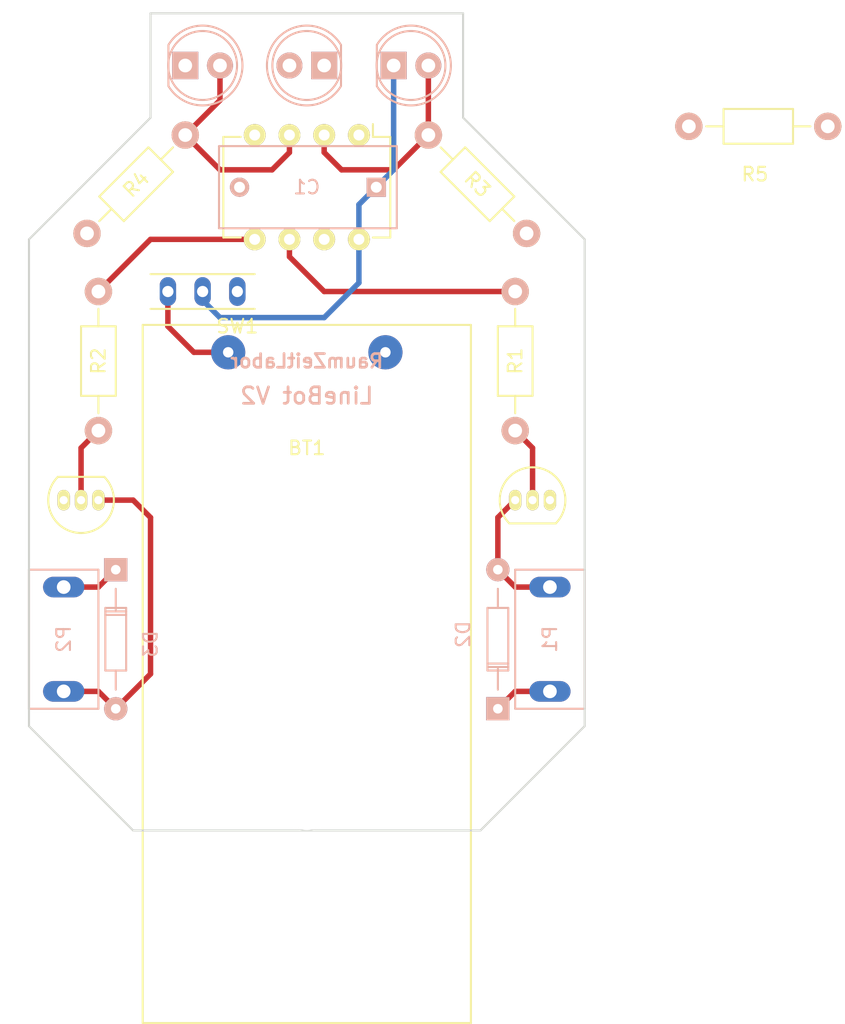
<source format=kicad_pcb>
(kicad_pcb (version 4) (host pcbnew 4.0.4-stable)

  (general
    (links 30)
    (no_connects 12)
    (area 129.735 73.601 175.165 149.680001)
    (thickness 1.6)
    (drawings 12)
    (tracks 48)
    (zones 0)
    (modules 18)
    (nets 14)
  )

  (page A4)
  (layers
    (0 F.Cu signal)
    (31 B.Cu signal)
    (32 B.Adhes user)
    (33 F.Adhes user)
    (34 B.Paste user)
    (35 F.Paste user)
    (36 B.SilkS user)
    (37 F.SilkS user)
    (38 B.Mask user)
    (39 F.Mask user)
    (40 Dwgs.User user)
    (41 Cmts.User user)
    (42 Eco1.User user)
    (43 Eco2.User user)
    (44 Edge.Cuts user)
    (45 Margin user)
    (46 B.CrtYd user)
    (47 F.CrtYd user)
    (48 B.Fab user)
    (49 F.Fab user)
  )

  (setup
    (last_trace_width 0.4)
    (trace_clearance 0.3)
    (zone_clearance 0.508)
    (zone_45_only no)
    (trace_min 0.4)
    (segment_width 0.2)
    (edge_width 0.15)
    (via_size 0.6)
    (via_drill 0.4)
    (via_min_size 0.6)
    (via_min_drill 0.3)
    (uvia_size 0.3)
    (uvia_drill 0.1)
    (uvias_allowed no)
    (uvia_min_size 0.2)
    (uvia_min_drill 0.1)
    (pcb_text_width 0.3)
    (pcb_text_size 1.5 1.5)
    (mod_edge_width 0.15)
    (mod_text_size 1 1)
    (mod_text_width 0.15)
    (pad_size 3.2 3.2)
    (pad_drill 2.1)
    (pad_to_mask_clearance 0.2)
    (aux_axis_origin 0 0)
    (visible_elements FFFEFF7F)
    (pcbplotparams
      (layerselection 0x00030_80000001)
      (usegerberextensions false)
      (excludeedgelayer true)
      (linewidth 0.100000)
      (plotframeref false)
      (viasonmask false)
      (mode 1)
      (useauxorigin false)
      (hpglpennumber 1)
      (hpglpenspeed 20)
      (hpglpendiameter 15)
      (hpglpenoverlay 2)
      (psnegative false)
      (psa4output false)
      (plotreference true)
      (plotvalue true)
      (plotinvisibletext false)
      (padsonsilk false)
      (subtractmaskfromsilk false)
      (outputformat 1)
      (mirror false)
      (drillshape 1)
      (scaleselection 1)
      (outputdirectory ""))
  )

  (net 0 "")
  (net 1 VCC)
  (net 2 GND)
  (net 3 "Net-(D1-Pad2)")
  (net 4 "Net-(IC1-Pad2)")
  (net 5 "Net-(IC1-Pad3)")
  (net 6 "Net-(IC1-Pad5)")
  (net 7 "Net-(IC1-Pad7)")
  (net 8 "Net-(R1-Pad1)")
  (net 9 "Net-(R2-Pad1)")
  (net 10 "Net-(D2-Pad2)")
  (net 11 "Net-(D3-Pad2)")
  (net 12 "Net-(BT1-Pad1)")
  (net 13 "Net-(IC1-Pad6)")

  (net_class Default "This is the default net class."
    (clearance 0.3)
    (trace_width 0.4)
    (via_dia 0.6)
    (via_drill 0.4)
    (uvia_dia 0.3)
    (uvia_drill 0.1)
    (add_net GND)
    (add_net "Net-(BT1-Pad1)")
    (add_net "Net-(D1-Pad2)")
    (add_net "Net-(D2-Pad2)")
    (add_net "Net-(D3-Pad2)")
    (add_net "Net-(IC1-Pad2)")
    (add_net "Net-(IC1-Pad3)")
    (add_net "Net-(IC1-Pad5)")
    (add_net "Net-(IC1-Pad6)")
    (add_net "Net-(IC1-Pad7)")
    (add_net "Net-(R1-Pad1)")
    (add_net "Net-(R2-Pad1)")
    (add_net VCC)
  )

  (module Resistors_ThroughHole:Resistor_Horizontal_RM10mm (layer F.Cu) (tedit 589DE373) (tstamp 587DA60C)
    (at 167.64 105.41 90)
    (descr "Resistor, Axial,  RM 10mm, 1/3W")
    (tags "Resistor Axial RM 10mm 1/3W")
    (path /58BDE405)
    (fp_text reference R1 (at 5.08 0 90) (layer F.SilkS)
      (effects (font (size 1 1) (thickness 0.15)))
    )
    (fp_text value 1k (at 5.08 0 90) (layer F.Fab)
      (effects (font (size 1 1) (thickness 0.15)))
    )
    (fp_line (start -1.25 -1.5) (end 11.4 -1.5) (layer F.CrtYd) (width 0.05))
    (fp_line (start -1.25 1.5) (end -1.25 -1.5) (layer F.CrtYd) (width 0.05))
    (fp_line (start 11.4 -1.5) (end 11.4 1.5) (layer F.CrtYd) (width 0.05))
    (fp_line (start -1.25 1.5) (end 11.4 1.5) (layer F.CrtYd) (width 0.05))
    (fp_line (start 2.54 -1.27) (end 7.62 -1.27) (layer F.SilkS) (width 0.15))
    (fp_line (start 7.62 -1.27) (end 7.62 1.27) (layer F.SilkS) (width 0.15))
    (fp_line (start 7.62 1.27) (end 2.54 1.27) (layer F.SilkS) (width 0.15))
    (fp_line (start 2.54 1.27) (end 2.54 -1.27) (layer F.SilkS) (width 0.15))
    (fp_line (start 2.54 0) (end 1.27 0) (layer F.SilkS) (width 0.15))
    (fp_line (start 7.62 0) (end 8.89 0) (layer F.SilkS) (width 0.15))
    (pad 1 thru_hole circle (at 0 0 90) (size 1.99898 1.99898) (drill 1.00076) (layers *.Cu *.SilkS *.Mask)
      (net 8 "Net-(R1-Pad1)"))
    (pad 2 thru_hole circle (at 10.16 0 90) (size 1.99898 1.99898) (drill 1.00076) (layers *.Cu *.SilkS *.Mask)
      (net 13 "Net-(IC1-Pad6)"))
    (model Resistors_ThroughHole.3dshapes/Resistor_Horizontal_RM10mm.wrl
      (at (xyz 0.2 0 0))
      (scale (xyz 0.4 0.4 0.4))
      (rotate (xyz 0 0 0))
    )
  )

  (module Resistors_ThroughHole:Resistor_Horizontal_RM10mm (layer F.Cu) (tedit 589DE36F) (tstamp 587DA61C)
    (at 137.16 105.41 90)
    (descr "Resistor, Axial,  RM 10mm, 1/3W")
    (tags "Resistor Axial RM 10mm 1/3W")
    (path /589CEB0B)
    (fp_text reference R2 (at 5.08 0 90) (layer F.SilkS)
      (effects (font (size 1 1) (thickness 0.15)))
    )
    (fp_text value 1k (at 5.08 0 90) (layer F.Fab)
      (effects (font (size 1 1) (thickness 0.15)))
    )
    (fp_line (start -1.25 -1.5) (end 11.4 -1.5) (layer F.CrtYd) (width 0.05))
    (fp_line (start -1.25 1.5) (end -1.25 -1.5) (layer F.CrtYd) (width 0.05))
    (fp_line (start 11.4 -1.5) (end 11.4 1.5) (layer F.CrtYd) (width 0.05))
    (fp_line (start -1.25 1.5) (end 11.4 1.5) (layer F.CrtYd) (width 0.05))
    (fp_line (start 2.54 -1.27) (end 7.62 -1.27) (layer F.SilkS) (width 0.15))
    (fp_line (start 7.62 -1.27) (end 7.62 1.27) (layer F.SilkS) (width 0.15))
    (fp_line (start 7.62 1.27) (end 2.54 1.27) (layer F.SilkS) (width 0.15))
    (fp_line (start 2.54 1.27) (end 2.54 -1.27) (layer F.SilkS) (width 0.15))
    (fp_line (start 2.54 0) (end 1.27 0) (layer F.SilkS) (width 0.15))
    (fp_line (start 7.62 0) (end 8.89 0) (layer F.SilkS) (width 0.15))
    (pad 1 thru_hole circle (at 0 0 90) (size 1.99898 1.99898) (drill 1.00076) (layers *.Cu *.SilkS *.Mask)
      (net 9 "Net-(R2-Pad1)"))
    (pad 2 thru_hole circle (at 10.16 0 90) (size 1.99898 1.99898) (drill 1.00076) (layers *.Cu *.SilkS *.Mask)
      (net 6 "Net-(IC1-Pad5)"))
    (model Resistors_ThroughHole.3dshapes/Resistor_Horizontal_RM10mm.wrl
      (at (xyz 0.2 0 0))
      (scale (xyz 0.4 0.4 0.4))
      (rotate (xyz 0 0 0))
    )
  )

  (module Resistors_ThroughHole:Resistor_Horizontal_RM10mm (layer F.Cu) (tedit 589DE2F6) (tstamp 587DA62C)
    (at 161.29 83.82 315)
    (descr "Resistor, Axial,  RM 10mm, 1/3W")
    (tags "Resistor Axial RM 10mm 1/3W")
    (path /587788E6)
    (fp_text reference R3 (at 5.08 0 315) (layer F.SilkS)
      (effects (font (size 1 1) (thickness 0.15)))
    )
    (fp_text value 10k (at 5.08 0 315) (layer F.Fab)
      (effects (font (size 1 1) (thickness 0.15)))
    )
    (fp_line (start -1.25 -1.5) (end 11.4 -1.5) (layer F.CrtYd) (width 0.05))
    (fp_line (start -1.25 1.5) (end -1.25 -1.5) (layer F.CrtYd) (width 0.05))
    (fp_line (start 11.4 -1.5) (end 11.4 1.5) (layer F.CrtYd) (width 0.05))
    (fp_line (start -1.25 1.5) (end 11.4 1.5) (layer F.CrtYd) (width 0.05))
    (fp_line (start 2.54 -1.27) (end 7.62 -1.27) (layer F.SilkS) (width 0.15))
    (fp_line (start 7.62 -1.27) (end 7.62 1.27) (layer F.SilkS) (width 0.15))
    (fp_line (start 7.62 1.27) (end 2.54 1.27) (layer F.SilkS) (width 0.15))
    (fp_line (start 2.54 1.27) (end 2.54 -1.27) (layer F.SilkS) (width 0.15))
    (fp_line (start 2.54 0) (end 1.27 0) (layer F.SilkS) (width 0.15))
    (fp_line (start 7.62 0) (end 8.89 0) (layer F.SilkS) (width 0.15))
    (pad 1 thru_hole circle (at 0 0 315) (size 1.99898 1.99898) (drill 1.00076) (layers *.Cu *.SilkS *.Mask)
      (net 4 "Net-(IC1-Pad2)"))
    (pad 2 thru_hole circle (at 10.16 0 315) (size 1.99898 1.99898) (drill 1.00076) (layers *.Cu *.SilkS *.Mask)
      (net 2 GND))
    (model Resistors_ThroughHole.3dshapes/Resistor_Horizontal_RM10mm.wrl
      (at (xyz 0.2 0 0))
      (scale (xyz 0.4 0.4 0.4))
      (rotate (xyz 0 0 0))
    )
  )

  (module Resistors_ThroughHole:Resistor_Horizontal_RM10mm (layer F.Cu) (tedit 589DE2F9) (tstamp 589CE7BF)
    (at 143.51 83.82 225)
    (descr "Resistor, Axial,  RM 10mm, 1/3W")
    (tags "Resistor Axial RM 10mm 1/3W")
    (path /58778D1F)
    (fp_text reference R4 (at 5.08 0 225) (layer F.SilkS)
      (effects (font (size 1 1) (thickness 0.15)))
    )
    (fp_text value 10k (at 5.08 3.81 225) (layer F.Fab)
      (effects (font (size 1 1) (thickness 0.15)))
    )
    (fp_line (start -1.25 -1.5) (end 11.4 -1.5) (layer F.CrtYd) (width 0.05))
    (fp_line (start -1.25 1.5) (end -1.25 -1.5) (layer F.CrtYd) (width 0.05))
    (fp_line (start 11.4 -1.5) (end 11.4 1.5) (layer F.CrtYd) (width 0.05))
    (fp_line (start -1.25 1.5) (end 11.4 1.5) (layer F.CrtYd) (width 0.05))
    (fp_line (start 2.54 -1.27) (end 7.62 -1.27) (layer F.SilkS) (width 0.15))
    (fp_line (start 7.62 -1.27) (end 7.62 1.27) (layer F.SilkS) (width 0.15))
    (fp_line (start 7.62 1.27) (end 2.54 1.27) (layer F.SilkS) (width 0.15))
    (fp_line (start 2.54 1.27) (end 2.54 -1.27) (layer F.SilkS) (width 0.15))
    (fp_line (start 2.54 0) (end 1.27 0) (layer F.SilkS) (width 0.15))
    (fp_line (start 7.62 0) (end 8.89 0) (layer F.SilkS) (width 0.15))
    (pad 1 thru_hole circle (at 0 0 225) (size 1.99898 1.99898) (drill 1.00076) (layers *.Cu *.SilkS *.Mask)
      (net 5 "Net-(IC1-Pad3)"))
    (pad 2 thru_hole circle (at 10.16 0 225) (size 1.99898 1.99898) (drill 1.00076) (layers *.Cu *.SilkS *.Mask)
      (net 2 GND))
    (model Resistors_ThroughHole.3dshapes/Resistor_Horizontal_RM10mm.wrl
      (at (xyz 0.2 0 0))
      (scale (xyz 0.4 0.4 0.4))
      (rotate (xyz 0 0 0))
    )
  )

  (module Housings_DIP:DIP-8_W7.62mm (layer F.Cu) (tedit 58B89351) (tstamp 58B822CE)
    (at 156.21 83.82 270)
    (descr "8-lead dip package, row spacing 7.62 mm (300 mils)")
    (tags "dil dip 2.54 300")
    (path /587783F4)
    (fp_text reference IC1 (at 3.81 3.81 360) (layer F.SilkS) hide
      (effects (font (size 1 1) (thickness 0.15)))
    )
    (fp_text value ATTINY85-P (at 0 -3.72 270) (layer F.Fab)
      (effects (font (size 1 1) (thickness 0.15)))
    )
    (fp_line (start -1.05 -2.45) (end -1.05 10.1) (layer F.CrtYd) (width 0.05))
    (fp_line (start 8.65 -2.45) (end 8.65 10.1) (layer F.CrtYd) (width 0.05))
    (fp_line (start -1.05 -2.45) (end 8.65 -2.45) (layer F.CrtYd) (width 0.05))
    (fp_line (start -1.05 10.1) (end 8.65 10.1) (layer F.CrtYd) (width 0.05))
    (fp_line (start 0.135 -2.295) (end 0.135 -1.025) (layer F.SilkS) (width 0.15))
    (fp_line (start 7.485 -2.295) (end 7.485 -1.025) (layer F.SilkS) (width 0.15))
    (fp_line (start 7.485 9.915) (end 7.485 8.645) (layer F.SilkS) (width 0.15))
    (fp_line (start 0.135 9.915) (end 0.135 8.645) (layer F.SilkS) (width 0.15))
    (fp_line (start 0.135 -2.295) (end 7.485 -2.295) (layer F.SilkS) (width 0.15))
    (fp_line (start 0.135 9.915) (end 7.485 9.915) (layer F.SilkS) (width 0.15))
    (fp_line (start 0.135 -1.025) (end -0.8 -1.025) (layer F.SilkS) (width 0.15))
    (pad 1 thru_hole oval (at 0 0 270) (size 1.6 1.6) (drill 0.8) (layers *.Cu *.Mask F.SilkS))
    (pad 2 thru_hole oval (at 0 2.54 270) (size 1.6 1.6) (drill 0.8) (layers *.Cu *.Mask F.SilkS)
      (net 4 "Net-(IC1-Pad2)"))
    (pad 3 thru_hole oval (at 0 5.08 270) (size 1.6 1.6) (drill 0.8) (layers *.Cu *.Mask F.SilkS)
      (net 5 "Net-(IC1-Pad3)"))
    (pad 4 thru_hole oval (at 0 7.62 270) (size 1.6 1.6) (drill 0.8) (layers *.Cu *.Mask F.SilkS)
      (net 2 GND))
    (pad 5 thru_hole oval (at 7.62 7.62 270) (size 1.6 1.6) (drill 0.8) (layers *.Cu *.Mask F.SilkS)
      (net 6 "Net-(IC1-Pad5)"))
    (pad 6 thru_hole oval (at 7.62 5.08 270) (size 1.6 1.6) (drill 0.8) (layers *.Cu *.Mask F.SilkS)
      (net 13 "Net-(IC1-Pad6)"))
    (pad 7 thru_hole oval (at 7.62 2.54 270) (size 1.6 1.6) (drill 0.8) (layers *.Cu *.Mask F.SilkS)
      (net 7 "Net-(IC1-Pad7)"))
    (pad 8 thru_hole oval (at 7.62 0 270) (size 1.6 1.6) (drill 0.8) (layers *.Cu *.Mask F.SilkS)
      (net 1 VCC))
    (model Housings_DIP.3dshapes/DIP-8_W7.62mm.wrl
      (at (xyz 0 0 0))
      (scale (xyz 1 1 1))
      (rotate (xyz 0 0 0))
    )
  )

  (module LEDs:LED-5MM (layer B.Cu) (tedit 58B8932D) (tstamp 58B822E6)
    (at 158.75 78.74)
    (descr "LED 5mm round vertical")
    (tags "LED 5mm round vertical")
    (path /58B8213F)
    (fp_text reference U1 (at 1.524 -4.064) (layer B.SilkS) hide
      (effects (font (size 1 1) (thickness 0.15)) (justify mirror))
    )
    (fp_text value Phototransistor (at 1.524 3.937) (layer B.Fab)
      (effects (font (size 1 1) (thickness 0.15)) (justify mirror))
    )
    (fp_line (start -1.5 1.55) (end -1.5 -1.55) (layer B.CrtYd) (width 0.05))
    (fp_arc (start 1.3 0) (end -1.5 -1.55) (angle 302) (layer B.CrtYd) (width 0.05))
    (fp_arc (start 1.27 0) (end -1.23 1.5) (angle -297.5) (layer B.SilkS) (width 0.15))
    (fp_line (start -1.23 -1.5) (end -1.23 1.5) (layer B.SilkS) (width 0.15))
    (fp_circle (center 1.27 0) (end 0.97 2.5) (layer B.SilkS) (width 0.15))
    (fp_text user K (at -1.905 -1.905) (layer B.SilkS) hide
      (effects (font (size 1 1) (thickness 0.15)) (justify mirror))
    )
    (pad 1 thru_hole rect (at 0 0 270) (size 2 1.9) (drill 1.00076) (layers *.Cu *.Mask B.SilkS)
      (net 1 VCC))
    (pad 2 thru_hole circle (at 2.54 0) (size 1.9 1.9) (drill 1.00076) (layers *.Cu *.Mask B.SilkS)
      (net 4 "Net-(IC1-Pad2)"))
    (model LEDs.3dshapes/LED-5MM.wrl
      (at (xyz 0.05 0 0))
      (scale (xyz 1 1 1))
      (rotate (xyz 0 0 90))
    )
  )

  (module LEDs:LED-5MM (layer B.Cu) (tedit 58B89323) (tstamp 58B822EC)
    (at 143.51 78.74)
    (descr "LED 5mm round vertical")
    (tags "LED 5mm round vertical")
    (path /58B821B4)
    (fp_text reference U2 (at 1.524 -4.064) (layer B.SilkS) hide
      (effects (font (size 1 1) (thickness 0.15)) (justify mirror))
    )
    (fp_text value Phototransistor (at 1.524 3.937) (layer B.Fab)
      (effects (font (size 1 1) (thickness 0.15)) (justify mirror))
    )
    (fp_line (start -1.5 1.55) (end -1.5 -1.55) (layer B.CrtYd) (width 0.05))
    (fp_arc (start 1.3 0) (end -1.5 -1.55) (angle 302) (layer B.CrtYd) (width 0.05))
    (fp_arc (start 1.27 0) (end -1.23 1.5) (angle -297.5) (layer B.SilkS) (width 0.15))
    (fp_line (start -1.23 -1.5) (end -1.23 1.5) (layer B.SilkS) (width 0.15))
    (fp_circle (center 1.27 0) (end 0.97 2.5) (layer B.SilkS) (width 0.15))
    (fp_text user K (at -1.905 -1.905) (layer B.SilkS) hide
      (effects (font (size 1 1) (thickness 0.15)) (justify mirror))
    )
    (pad 1 thru_hole rect (at 0 0 270) (size 2 1.9) (drill 1.00076) (layers *.Cu *.Mask B.SilkS)
      (net 1 VCC))
    (pad 2 thru_hole circle (at 2.54 0) (size 1.9 1.9) (drill 1.00076) (layers *.Cu *.Mask B.SilkS)
      (net 5 "Net-(IC1-Pad3)"))
    (model LEDs.3dshapes/LED-5MM.wrl
      (at (xyz 0.05 0 0))
      (scale (xyz 1 1 1))
      (rotate (xyz 0 0 90))
    )
  )

  (module motorholder:motorholder (layer B.Cu) (tedit 58B8245A) (tstamp 58B82500)
    (at 170.18 120.65 270)
    (path /58BDE3F8)
    (attr virtual)
    (fp_text reference P1 (at 0 0 270) (layer B.SilkS)
      (effects (font (size 1 1) (thickness 0.15)) (justify mirror))
    )
    (fp_text value Motor (at 0 -3.81 270) (layer B.Fab)
      (effects (font (size 1 1) (thickness 0.15)) (justify mirror))
    )
    (fp_line (start -5.08 2.54) (end 5.08 2.54) (layer B.SilkS) (width 0.15))
    (fp_line (start 5.08 2.54) (end 5.08 -2.54) (layer B.SilkS) (width 0.15))
    (fp_line (start 5.08 -2.54) (end -5.08 -2.54) (layer B.SilkS) (width 0.15))
    (fp_line (start -5.08 -2.54) (end -5.08 2.54) (layer B.SilkS) (width 0.15))
    (pad 1 thru_hole oval (at -3.81 0 270) (size 1.50622 3.01498) (drill 0.99822) (layers *.Cu *.Mask)
      (net 10 "Net-(D2-Pad2)"))
    (pad 2 thru_hole oval (at 3.81 0 270) (size 1.50622 3.01498) (drill 0.99822) (layers *.Cu *.Mask)
      (net 1 VCC))
  )

  (module motorholder:motorholder (layer B.Cu) (tedit 58B8245A) (tstamp 58B82506)
    (at 134.62 120.65 90)
    (path /589CEAF7)
    (attr virtual)
    (fp_text reference P2 (at 0 0 90) (layer B.SilkS)
      (effects (font (size 1 1) (thickness 0.15)) (justify mirror))
    )
    (fp_text value Motor (at 0 -3.81 90) (layer B.Fab)
      (effects (font (size 1 1) (thickness 0.15)) (justify mirror))
    )
    (fp_line (start -5.08 2.54) (end 5.08 2.54) (layer B.SilkS) (width 0.15))
    (fp_line (start 5.08 2.54) (end 5.08 -2.54) (layer B.SilkS) (width 0.15))
    (fp_line (start 5.08 -2.54) (end -5.08 -2.54) (layer B.SilkS) (width 0.15))
    (fp_line (start -5.08 -2.54) (end -5.08 2.54) (layer B.SilkS) (width 0.15))
    (pad 1 thru_hole oval (at -3.81 0 90) (size 1.50622 3.01498) (drill 0.99822) (layers *.Cu *.Mask)
      (net 11 "Net-(D3-Pad2)"))
    (pad 2 thru_hole oval (at 3.81 0 90) (size 1.50622 3.01498) (drill 0.99822) (layers *.Cu *.Mask)
      (net 1 VCC))
  )

  (module LEDs:LED-5MM (layer B.Cu) (tedit 58B89855) (tstamp 58B89418)
    (at 153.67 78.74 180)
    (descr "LED 5mm round vertical")
    (tags "LED 5mm round vertical")
    (path /587789F3)
    (fp_text reference D1 (at 1.524 -4.064 180) (layer B.SilkS) hide
      (effects (font (size 1 1) (thickness 0.15)) (justify mirror))
    )
    (fp_text value LED (at 1.524 3.937 180) (layer B.Fab)
      (effects (font (size 1 1) (thickness 0.15)) (justify mirror))
    )
    (fp_line (start -1.5 1.55) (end -1.5 -1.55) (layer B.CrtYd) (width 0.05))
    (fp_arc (start 1.3 0) (end -1.5 -1.55) (angle 302) (layer B.CrtYd) (width 0.05))
    (fp_arc (start 1.27 0) (end -1.23 1.5) (angle -297.5) (layer B.SilkS) (width 0.15))
    (fp_line (start -1.23 -1.5) (end -1.23 1.5) (layer B.SilkS) (width 0.15))
    (fp_circle (center 1.27 0) (end 0.97 2.5) (layer B.SilkS) (width 0.15))
    (fp_text user K (at -1.905 -1.905 180) (layer B.SilkS) hide
      (effects (font (size 1 1) (thickness 0.15)) (justify mirror))
    )
    (pad 1 thru_hole rect (at 0 0 90) (size 2 1.9) (drill 1.00076) (layers *.Cu *.Mask B.SilkS)
      (net 2 GND))
    (pad 2 thru_hole circle (at 2.54 0 180) (size 1.9 1.9) (drill 1.00076) (layers *.Cu *.Mask B.SilkS)
      (net 3 "Net-(D1-Pad2)"))
    (model LEDs.3dshapes/LED-5MM.wrl
      (at (xyz 0.05 0 0))
      (scale (xyz 1 1 1))
      (rotate (xyz 0 0 90))
    )
  )

  (module BC337:BC337_narrow (layer F.Cu) (tedit 58BC07B5) (tstamp 58BC083A)
    (at 167.64 110.49)
    (descr "TO-92 leads in-line, narrow, oval pads, drill 0.6mm (see NXP sot054_po.pdf)")
    (tags "to-92 sc-43 sc-43a sot54 PA33 transistor")
    (path /58BDE40B)
    (fp_text reference U3 (at 1.27 -1.905) (layer F.SilkS) hide
      (effects (font (size 1 1) (thickness 0.15)))
    )
    (fp_text value BC337 (at 1.27 3.175) (layer F.Fab)
      (effects (font (size 1 1) (thickness 0.15)))
    )
    (fp_line (start -1.4 1.95) (end -1.4 -2.65) (layer F.CrtYd) (width 0.05))
    (fp_line (start -1.4 1.95) (end 3.95 1.95) (layer F.CrtYd) (width 0.05))
    (fp_line (start -0.43 1.7) (end 2.97 1.7) (layer F.SilkS) (width 0.15))
    (fp_arc (start 1.27 0) (end 1.27 -2.4) (angle -135) (layer F.SilkS) (width 0.15))
    (fp_arc (start 1.27 0) (end 1.27 -2.4) (angle 135) (layer F.SilkS) (width 0.15))
    (fp_line (start -1.4 -2.65) (end 3.95 -2.65) (layer F.CrtYd) (width 0.05))
    (fp_line (start 3.95 1.95) (end 3.95 -2.65) (layer F.CrtYd) (width 0.05))
    (pad 2 thru_hole oval (at 1.27 0 180) (size 0.89916 1.50114) (drill 0.6) (layers *.Cu *.Mask F.SilkS)
      (net 8 "Net-(R1-Pad1)"))
    (pad 3 thru_hole oval (at 2.54 0 180) (size 0.89916 1.50114) (drill 0.6) (layers *.Cu *.Mask F.SilkS)
      (net 2 GND))
    (pad 1 thru_hole oval (at 0 0 180) (size 0.89916 1.50114) (drill 0.6) (layers *.Cu *.Mask F.SilkS)
      (net 10 "Net-(D2-Pad2)"))
    (model TO_SOT_Packages_THT.3dshapes/TO-92_Inline_Narrow_Oval.wrl
      (at (xyz 0.05 0 0))
      (scale (xyz 1 1 1))
      (rotate (xyz 0 0 -90))
    )
  )

  (module BC337:BC337_narrow (layer F.Cu) (tedit 58BC07B5) (tstamp 58BC0848)
    (at 137.16 110.49 180)
    (descr "TO-92 leads in-line, narrow, oval pads, drill 0.6mm (see NXP sot054_po.pdf)")
    (tags "to-92 sc-43 sc-43a sot54 PA33 transistor")
    (path /58BBE1FA)
    (fp_text reference U4 (at 1.27 -1.905 180) (layer F.SilkS) hide
      (effects (font (size 1 1) (thickness 0.15)))
    )
    (fp_text value BC337 (at 1.27 3.175 180) (layer F.Fab)
      (effects (font (size 1 1) (thickness 0.15)))
    )
    (fp_line (start -1.4 1.95) (end -1.4 -2.65) (layer F.CrtYd) (width 0.05))
    (fp_line (start -1.4 1.95) (end 3.95 1.95) (layer F.CrtYd) (width 0.05))
    (fp_line (start -0.43 1.7) (end 2.97 1.7) (layer F.SilkS) (width 0.15))
    (fp_arc (start 1.27 0) (end 1.27 -2.4) (angle -135) (layer F.SilkS) (width 0.15))
    (fp_arc (start 1.27 0) (end 1.27 -2.4) (angle 135) (layer F.SilkS) (width 0.15))
    (fp_line (start -1.4 -2.65) (end 3.95 -2.65) (layer F.CrtYd) (width 0.05))
    (fp_line (start 3.95 1.95) (end 3.95 -2.65) (layer F.CrtYd) (width 0.05))
    (pad 2 thru_hole oval (at 1.27 0) (size 0.89916 1.50114) (drill 0.6) (layers *.Cu *.Mask F.SilkS)
      (net 9 "Net-(R2-Pad1)"))
    (pad 3 thru_hole oval (at 2.54 0) (size 0.89916 1.50114) (drill 0.6) (layers *.Cu *.Mask F.SilkS)
      (net 2 GND))
    (pad 1 thru_hole oval (at 0 0) (size 0.89916 1.50114) (drill 0.6) (layers *.Cu *.Mask F.SilkS)
      (net 11 "Net-(D3-Pad2)"))
    (model TO_SOT_Packages_THT.3dshapes/TO-92_Inline_Narrow_Oval.wrl
      (at (xyz 0.05 0 0))
      (scale (xyz 1 1 1))
      (rotate (xyz 0 0 -90))
    )
  )

  (module Diodes_ThroughHole:Diode_DO-35_SOD27_Horizontal_RM10 (layer B.Cu) (tedit 552FFC30) (tstamp 58BDE216)
    (at 166.37 125.73 90)
    (descr "Diode, DO-35,  SOD27, Horizontal, RM 10mm")
    (tags "Diode, DO-35, SOD27, Horizontal, RM 10mm, 1N4148,")
    (path /58BDE412)
    (fp_text reference D2 (at 5.43052 -2.53746 90) (layer B.SilkS)
      (effects (font (size 1 1) (thickness 0.15)) (justify mirror))
    )
    (fp_text value 1N4148 (at 4.41452 3.55854 90) (layer B.Fab)
      (effects (font (size 1 1) (thickness 0.15)) (justify mirror))
    )
    (fp_line (start 7.36652 0.00254) (end 8.76352 0.00254) (layer B.SilkS) (width 0.15))
    (fp_line (start 2.92152 0.00254) (end 1.39752 0.00254) (layer B.SilkS) (width 0.15))
    (fp_line (start 3.30252 0.76454) (end 3.30252 -0.75946) (layer B.SilkS) (width 0.15))
    (fp_line (start 3.04852 0.76454) (end 3.04852 -0.75946) (layer B.SilkS) (width 0.15))
    (fp_line (start 2.79452 0.00254) (end 2.79452 -0.75946) (layer B.SilkS) (width 0.15))
    (fp_line (start 2.79452 -0.75946) (end 7.36652 -0.75946) (layer B.SilkS) (width 0.15))
    (fp_line (start 7.36652 -0.75946) (end 7.36652 0.76454) (layer B.SilkS) (width 0.15))
    (fp_line (start 7.36652 0.76454) (end 2.79452 0.76454) (layer B.SilkS) (width 0.15))
    (fp_line (start 2.79452 0.76454) (end 2.79452 0.00254) (layer B.SilkS) (width 0.15))
    (pad 2 thru_hole circle (at 10.16052 0.00254 270) (size 1.69926 1.69926) (drill 0.70104) (layers *.Cu *.Mask B.SilkS)
      (net 10 "Net-(D2-Pad2)"))
    (pad 1 thru_hole rect (at 0.00052 0.00254 270) (size 1.69926 1.69926) (drill 0.70104) (layers *.Cu *.Mask B.SilkS)
      (net 1 VCC))
    (model Diodes_ThroughHole.3dshapes/Diode_DO-35_SOD27_Horizontal_RM10.wrl
      (at (xyz 0.2 0 0))
      (scale (xyz 0.4 0.4 0.4))
      (rotate (xyz 0 0 180))
    )
  )

  (module Diodes_ThroughHole:Diode_DO-35_SOD27_Horizontal_RM10 (layer B.Cu) (tedit 552FFC30) (tstamp 58BDE21C)
    (at 138.43 115.57 270)
    (descr "Diode, DO-35,  SOD27, Horizontal, RM 10mm")
    (tags "Diode, DO-35, SOD27, Horizontal, RM 10mm, 1N4148,")
    (path /58BDDF8F)
    (fp_text reference D3 (at 5.43052 -2.53746 270) (layer B.SilkS)
      (effects (font (size 1 1) (thickness 0.15)) (justify mirror))
    )
    (fp_text value 1N4148 (at 4.41452 3.55854 270) (layer B.Fab)
      (effects (font (size 1 1) (thickness 0.15)) (justify mirror))
    )
    (fp_line (start 7.36652 0.00254) (end 8.76352 0.00254) (layer B.SilkS) (width 0.15))
    (fp_line (start 2.92152 0.00254) (end 1.39752 0.00254) (layer B.SilkS) (width 0.15))
    (fp_line (start 3.30252 0.76454) (end 3.30252 -0.75946) (layer B.SilkS) (width 0.15))
    (fp_line (start 3.04852 0.76454) (end 3.04852 -0.75946) (layer B.SilkS) (width 0.15))
    (fp_line (start 2.79452 0.00254) (end 2.79452 -0.75946) (layer B.SilkS) (width 0.15))
    (fp_line (start 2.79452 -0.75946) (end 7.36652 -0.75946) (layer B.SilkS) (width 0.15))
    (fp_line (start 7.36652 -0.75946) (end 7.36652 0.76454) (layer B.SilkS) (width 0.15))
    (fp_line (start 7.36652 0.76454) (end 2.79452 0.76454) (layer B.SilkS) (width 0.15))
    (fp_line (start 2.79452 0.76454) (end 2.79452 0.00254) (layer B.SilkS) (width 0.15))
    (pad 2 thru_hole circle (at 10.16052 0.00254 90) (size 1.69926 1.69926) (drill 0.70104) (layers *.Cu *.Mask B.SilkS)
      (net 11 "Net-(D3-Pad2)"))
    (pad 1 thru_hole rect (at 0.00052 0.00254 90) (size 1.69926 1.69926) (drill 0.70104) (layers *.Cu *.Mask B.SilkS)
      (net 1 VCC))
    (model Diodes_ThroughHole.3dshapes/Diode_DO-35_SOD27_Horizontal_RM10.wrl
      (at (xyz 0.2 0 0))
      (scale (xyz 0.4 0.4 0.4))
      (rotate (xyz 0 0 180))
    )
  )

  (module Capacitors_ThroughHole:C_Rect_L13_W6_H12_P10 (layer B.Cu) (tedit 58D052F2) (tstamp 58C5D441)
    (at 157.48 87.63 180)
    (descr "Film Capacitor Length 13mm x Width 6mm x Height 12mm, Pitch 10mm")
    (tags "Kemet R.46 Capacitor")
    (path /58BDE4DF)
    (fp_text reference C1 (at 5.08 0 180) (layer B.SilkS)
      (effects (font (size 1 1) (thickness 0.15)) (justify mirror))
    )
    (fp_text value 10u (at 5 -4.25 180) (layer B.Fab)
      (effects (font (size 1 1) (thickness 0.15)) (justify mirror))
    )
    (fp_line (start -1.75 3.25) (end 11.75 3.25) (layer B.CrtYd) (width 0.05))
    (fp_line (start 11.75 3.25) (end 11.75 -3.25) (layer B.CrtYd) (width 0.05))
    (fp_line (start 11.75 -3.25) (end -1.75 -3.25) (layer B.CrtYd) (width 0.05))
    (fp_line (start -1.75 -3.25) (end -1.75 3.25) (layer B.CrtYd) (width 0.05))
    (fp_line (start -1.5 3) (end 11.5 3) (layer B.SilkS) (width 0.15))
    (fp_line (start 11.5 3) (end 11.5 -3) (layer B.SilkS) (width 0.15))
    (fp_line (start 11.5 -3) (end -1.5 -3) (layer B.SilkS) (width 0.15))
    (fp_line (start -1.5 -3) (end -1.5 3) (layer B.SilkS) (width 0.15))
    (pad 1 thru_hole rect (at 0 0 180) (size 1.4 1.4) (drill 0.8) (layers *.Cu *.Mask B.SilkS)
      (net 1 VCC))
    (pad 2 thru_hole circle (at 10 0 180) (size 1.4 1.4) (drill 0.8) (layers *.Cu *.Mask B.SilkS)
      (net 2 GND))
    (model Capacitors_ThroughHole.3dshapes/C_Rect_L13_W6_H12_P10.wrl
      (at (xyz 0.19685 0 0))
      (scale (xyz 4 4 4))
      (rotate (xyz 0 0 0))
    )
  )

  (module mybattery:batteryholder_AAAx2 (layer F.Cu) (tedit 58D017CE) (tstamp 58D281C2)
    (at 152.4 123.19)
    (path /58A5F179)
    (fp_text reference BT1 (at 0 -16.51) (layer F.SilkS)
      (effects (font (size 1 1) (thickness 0.15)))
    )
    (fp_text value Battery (at 8.89 24.13 180) (layer F.Fab)
      (effects (font (size 1 1) (thickness 0.15)))
    )
    (fp_line (start -12 -25.5) (end 12 -25.5) (layer F.SilkS) (width 0.15))
    (fp_line (start 12 -25.5) (end 12 25.5) (layer F.SilkS) (width 0.15))
    (fp_line (start 12 25.5) (end -12 25.5) (layer F.SilkS) (width 0.15))
    (fp_line (start -12 25.5) (end -12 -25.5) (layer F.SilkS) (width 0.15))
    (pad "" np_thru_hole circle (at 0 -10.1) (size 2.6 2.6) (drill 2.6) (layers *.Cu *.Mask))
    (pad 1 thru_hole circle (at -5.75 -23.5) (size 2.5 2.5) (drill 0.762) (layers *.Cu *.Mask)
      (net 12 "Net-(BT1-Pad1)"))
    (pad 2 thru_hole circle (at 5.75 -23.5) (size 2.5 2.5) (drill 0.762) (layers *.Cu *.Mask)
      (net 2 GND))
    (pad "" np_thru_hole circle (at 0 10.1) (size 2.6 2.6) (drill 2.6) (layers *.Cu *.Mask))
  )

  (module schiebeschalter:Schiebeschalter (layer F.Cu) (tedit 58D27DE4) (tstamp 58D281CD)
    (at 144.78 95.25)
    (path /58BE82CA)
    (fp_text reference SW1 (at 2.54 2.54) (layer F.SilkS)
      (effects (font (size 1 1) (thickness 0.15)))
    )
    (fp_text value Switch (at 0 -2.54) (layer F.Fab)
      (effects (font (size 1 1) (thickness 0.15)))
    )
    (fp_line (start 3.81 1.27) (end -3.81 1.27) (layer F.SilkS) (width 0.15))
    (fp_line (start -3.81 -1.27) (end 3.81 -1.27) (layer F.SilkS) (width 0.15))
    (pad "" np_thru_hole circle (at 4.1 0) (size 1.52 1.52) (drill 1.52) (layers *.Cu *.Mask))
    (pad 3 thru_hole oval (at 2.54 0) (size 1.2 2.1) (drill 0.82) (layers *.Cu *.Mask))
    (pad 2 thru_hole oval (at 0 0) (size 1.2 2.1) (drill 0.82) (layers *.Cu *.Mask)
      (net 1 VCC))
    (pad 1 thru_hole oval (at -2.54 0) (size 1.2 2.1) (drill 0.82) (layers *.Cu *.Mask)
      (net 12 "Net-(BT1-Pad1)"))
    (pad "" np_thru_hole circle (at -4.1 0) (size 1.52 1.52) (drill 1.52) (layers *.Cu *.Mask))
  )

  (module Resistors_ThroughHole:Resistor_Horizontal_RM10mm (layer F.Cu) (tedit 56648415) (tstamp 58D28B4D)
    (at 190.5 83.185 180)
    (descr "Resistor, Axial,  RM 10mm, 1/3W")
    (tags "Resistor Axial RM 10mm 1/3W")
    (path /58D289AC)
    (fp_text reference R5 (at 5.32892 -3.50012 180) (layer F.SilkS)
      (effects (font (size 1 1) (thickness 0.15)))
    )
    (fp_text value 220 (at 5.08 3.81 180) (layer F.Fab)
      (effects (font (size 1 1) (thickness 0.15)))
    )
    (fp_line (start -1.25 -1.5) (end 11.4 -1.5) (layer F.CrtYd) (width 0.05))
    (fp_line (start -1.25 1.5) (end -1.25 -1.5) (layer F.CrtYd) (width 0.05))
    (fp_line (start 11.4 -1.5) (end 11.4 1.5) (layer F.CrtYd) (width 0.05))
    (fp_line (start -1.25 1.5) (end 11.4 1.5) (layer F.CrtYd) (width 0.05))
    (fp_line (start 2.54 -1.27) (end 7.62 -1.27) (layer F.SilkS) (width 0.15))
    (fp_line (start 7.62 -1.27) (end 7.62 1.27) (layer F.SilkS) (width 0.15))
    (fp_line (start 7.62 1.27) (end 2.54 1.27) (layer F.SilkS) (width 0.15))
    (fp_line (start 2.54 1.27) (end 2.54 -1.27) (layer F.SilkS) (width 0.15))
    (fp_line (start 2.54 0) (end 1.27 0) (layer F.SilkS) (width 0.15))
    (fp_line (start 7.62 0) (end 8.89 0) (layer F.SilkS) (width 0.15))
    (pad 1 thru_hole circle (at 0 0 180) (size 1.99898 1.99898) (drill 1.00076) (layers *.Cu *.SilkS *.Mask)
      (net 7 "Net-(IC1-Pad7)"))
    (pad 2 thru_hole circle (at 10.16 0 180) (size 1.99898 1.99898) (drill 1.00076) (layers *.Cu *.SilkS *.Mask)
      (net 3 "Net-(D1-Pad2)"))
    (model Resistors_ThroughHole.3dshapes/Resistor_Horizontal_RM10mm.wrl
      (at (xyz 0.2 0 0))
      (scale (xyz 0.4 0.4 0.4))
      (rotate (xyz 0 0 0))
    )
  )

  (gr_line (start 139.7 134.62) (end 132.08 127) (angle 90) (layer Edge.Cuts) (width 0.15))
  (gr_line (start 165.1 134.62) (end 139.7 134.62) (angle 90) (layer Edge.Cuts) (width 0.15))
  (gr_line (start 172.72 127) (end 165.1 134.62) (angle 90) (layer Edge.Cuts) (width 0.15))
  (gr_line (start 132.08 91.44) (end 132.08 127) (angle 90) (layer Edge.Cuts) (width 0.15))
  (gr_line (start 140.97 82.55) (end 132.08 91.44) (angle 90) (layer Edge.Cuts) (width 0.15))
  (gr_line (start 140.97 74.93) (end 140.97 82.55) (angle 90) (layer Edge.Cuts) (width 0.15))
  (gr_line (start 163.83 74.93) (end 140.97 74.93) (angle 90) (layer Edge.Cuts) (width 0.15))
  (gr_line (start 163.83 82.55) (end 163.83 74.93) (angle 90) (layer Edge.Cuts) (width 0.15))
  (gr_line (start 172.72 91.44) (end 163.83 82.55) (angle 90) (layer Edge.Cuts) (width 0.15))
  (gr_line (start 172.72 127) (end 172.72 91.44) (angle 90) (layer Edge.Cuts) (width 0.15))
  (gr_text RaumZeitLabor (at 152.4 100.33) (layer B.SilkS)
    (effects (font (size 1 1) (thickness 0.2)) (justify mirror))
  )
  (gr_text "LineBot V2" (at 152.4 102.87) (layer B.SilkS)
    (effects (font (size 1.2 1.2) (thickness 0.2)) (justify mirror))
  )

  (segment (start 144.78 95.25) (end 144.78 95.885) (width 0.4) (layer B.Cu) (net 1))
  (segment (start 144.78 95.885) (end 146.05 97.155) (width 0.4) (layer B.Cu) (net 1) (tstamp 58D28DB3))
  (segment (start 146.05 97.155) (end 153.67 97.155) (width 0.4) (layer B.Cu) (net 1) (tstamp 58D28DBA))
  (segment (start 153.67 97.155) (end 156.21 94.615) (width 0.4) (layer B.Cu) (net 1) (tstamp 58D28DC8))
  (segment (start 156.21 94.615) (end 156.21 91.44) (width 0.4) (layer B.Cu) (net 1) (tstamp 58D28DCB))
  (segment (start 170.18 124.46) (end 167.64202 124.46) (width 0.4) (layer F.Cu) (net 1))
  (segment (start 167.64202 124.46) (end 166.37254 125.72948) (width 0.4) (layer F.Cu) (net 1) (tstamp 58D1275B))
  (segment (start 134.62 116.84) (end 137.15798 116.84) (width 0.4) (layer F.Cu) (net 1))
  (segment (start 137.15798 116.84) (end 138.42746 115.57052) (width 0.4) (layer F.Cu) (net 1) (tstamp 58D12648))
  (segment (start 157.48 87.63) (end 158.75 86.36) (width 0.4) (layer B.Cu) (net 1))
  (segment (start 158.75 86.36) (end 158.75 78.74) (width 0.4) (layer B.Cu) (net 1) (tstamp 58D125FF))
  (segment (start 156.21 91.44) (end 156.21 88.9) (width 0.4) (layer B.Cu) (net 1))
  (segment (start 156.21 88.9) (end 157.48 87.63) (width 0.4) (layer B.Cu) (net 1) (tstamp 58D125FB))
  (segment (start 170.17948 124.46052) (end 170.18 124.46) (width 0.4) (layer F.Cu) (net 1) (tstamp 58BEA890))
  (segment (start 161.29 78.74) (end 161.29 83.82) (width 0.4) (layer F.Cu) (net 4))
  (segment (start 153.67 83.82) (end 153.67 85.09) (width 0.4) (layer F.Cu) (net 4))
  (segment (start 158.75 86.36) (end 161.29 83.82) (width 0.4) (layer F.Cu) (net 4) (tstamp 58AE3F5E))
  (segment (start 154.94 86.36) (end 158.75 86.36) (width 0.4) (layer F.Cu) (net 4) (tstamp 58AE3F5C))
  (segment (start 153.67 85.09) (end 154.94 86.36) (width 0.4) (layer F.Cu) (net 4) (tstamp 58AE3F58))
  (segment (start 151.13 83.82) (end 151.13 85.09) (width 0.4) (layer F.Cu) (net 5))
  (segment (start 146.05 86.36) (end 143.51 83.82) (width 0.4) (layer F.Cu) (net 5) (tstamp 58AE3FFF))
  (segment (start 149.86 86.36) (end 146.05 86.36) (width 0.4) (layer F.Cu) (net 5) (tstamp 58AE3FFB))
  (segment (start 151.13 85.09) (end 149.86 86.36) (width 0.4) (layer F.Cu) (net 5) (tstamp 58AE3FF5))
  (segment (start 143.51 83.82) (end 146.05 81.28) (width 0.4) (layer F.Cu) (net 5))
  (segment (start 146.05 81.28) (end 146.05 78.74) (width 0.4) (layer F.Cu) (net 5) (tstamp 58AE3FD0))
  (segment (start 148.59 91.44) (end 140.97 91.44) (width 0.4) (layer F.Cu) (net 6))
  (segment (start 140.97 91.44) (end 137.16 95.25) (width 0.4) (layer F.Cu) (net 6) (tstamp 58D28D11))
  (segment (start 168.91 110.49) (end 168.91 106.68) (width 0.4) (layer F.Cu) (net 8))
  (segment (start 168.91 106.68) (end 167.64 105.41) (width 0.4) (layer F.Cu) (net 8) (tstamp 58BC3114))
  (segment (start 135.89 110.49) (end 135.89 106.68) (width 0.4) (layer F.Cu) (net 9))
  (segment (start 135.89 106.68) (end 137.16 105.41) (width 0.4) (layer F.Cu) (net 9) (tstamp 58BC30FB))
  (segment (start 166.37254 115.56948) (end 166.37254 111.75746) (width 0.4) (layer F.Cu) (net 10))
  (segment (start 166.37254 111.75746) (end 167.64 110.49) (width 0.4) (layer F.Cu) (net 10) (tstamp 58D12770))
  (segment (start 170.18 116.84) (end 167.64306 116.84) (width 0.4) (layer F.Cu) (net 10))
  (segment (start 167.64306 116.84) (end 166.37254 115.56948) (width 0.4) (layer F.Cu) (net 10) (tstamp 58D12760))
  (segment (start 137.16 110.49) (end 139.7 110.49) (width 0.4) (layer F.Cu) (net 11))
  (segment (start 140.97 123.18798) (end 138.42746 125.73052) (width 0.4) (layer F.Cu) (net 11) (tstamp 58D273B8))
  (segment (start 140.97 111.76) (end 140.97 123.18798) (width 0.4) (layer F.Cu) (net 11) (tstamp 58D273B4))
  (segment (start 139.7 110.49) (end 140.97 111.76) (width 0.4) (layer F.Cu) (net 11) (tstamp 58D273AC))
  (segment (start 134.62 124.46) (end 137.15694 124.46) (width 0.4) (layer F.Cu) (net 11))
  (segment (start 137.15694 124.46) (end 138.42746 125.73052) (width 0.4) (layer F.Cu) (net 11) (tstamp 58D12751))
  (segment (start 146.65 99.69) (end 144.14 99.69) (width 0.4) (layer F.Cu) (net 12))
  (segment (start 142.24 97.79) (end 142.24 95.25) (width 0.4) (layer F.Cu) (net 12) (tstamp 58D28C6B))
  (segment (start 144.14 99.69) (end 142.24 97.79) (width 0.4) (layer F.Cu) (net 12) (tstamp 58D28C63))
  (segment (start 151.13 91.44) (end 151.13 92.71) (width 0.4) (layer F.Cu) (net 13))
  (segment (start 153.67 95.25) (end 167.64 95.25) (width 0.4) (layer F.Cu) (net 13) (tstamp 58D28C20))
  (segment (start 151.13 92.71) (end 153.67 95.25) (width 0.4) (layer F.Cu) (net 13) (tstamp 58D28C1B))
  (segment (start 151.13 91.44) (end 151.13 90.805) (width 0.4) (layer B.Cu) (net 13))

  (zone (net 2) (net_name GND) (layer B.Cu) (tstamp 58AE88AB) (hatch edge 0.508)
    (connect_pads (clearance 0.508))
    (min_thickness 0.254)
    (fill (arc_segments 16) (thermal_gap 0.508) (thermal_bridge_width 0.508))
    (polygon
      (pts
        (xy 163.83 82.55) (xy 172.72 91.44) (xy 172.72 127) (xy 132.08 127) (xy 132.08 91.44)
        (xy 140.97 82.55) (xy 140.97 74.93) (xy 163.83 74.93)
      )
    )
  )
  (zone (net 2) (net_name GND) (layer F.Cu) (tstamp 58AE88D1) (hatch edge 0.508)
    (connect_pads (clearance 0.508))
    (min_thickness 0.254)
    (fill (arc_segments 16) (thermal_gap 0.508) (thermal_bridge_width 0.508))
    (polygon
      (pts
        (xy 163.83 82.55) (xy 172.72 91.44) (xy 172.72 127) (xy 132.08 127) (xy 132.08 91.44)
        (xy 140.97 82.55) (xy 140.97 74.93) (xy 163.83 74.93)
      )
    )
  )
)

</source>
